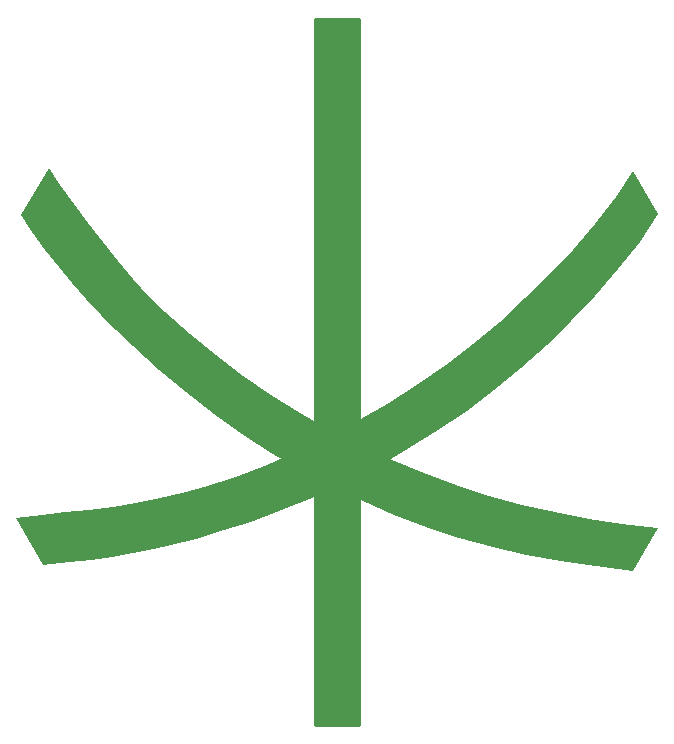
<source format=gbr>
%TF.GenerationSoftware,KiCad,Pcbnew,8.0.8*%
%TF.CreationDate,2025-04-07T13:38:17-04:00*%
%TF.ProjectId,pcb_tile_game_tile_ooo,7063625f-7469-46c6-955f-67616d655f74,1.0*%
%TF.SameCoordinates,Original*%
%TF.FileFunction,Legend,Bot*%
%TF.FilePolarity,Positive*%
%FSLAX46Y46*%
G04 Gerber Fmt 4.6, Leading zero omitted, Abs format (unit mm)*
G04 Created by KiCad (PCBNEW 8.0.8) date 2025-04-07 13:38:17*
%MOMM*%
%LPD*%
G01*
G04 APERTURE LIST*
%ADD10C,0.000000*%
%ADD11C,0.239466*%
G04 APERTURE END LIST*
D10*
G36*
X116374961Y-64181887D02*
G01*
X117516690Y-65784467D01*
X118717554Y-67407290D01*
X119967221Y-69023824D01*
X121255357Y-70607532D01*
X122571632Y-72131881D01*
X123237092Y-72863504D01*
X123905713Y-73570337D01*
X124576201Y-74249062D01*
X125247267Y-74896364D01*
X127362615Y-76793493D01*
X129575049Y-78602953D01*
X131877487Y-80321874D01*
X134262848Y-81947385D01*
X136724051Y-83476616D01*
X139254014Y-84906695D01*
X141845657Y-86234752D01*
X144491897Y-87457917D01*
X147185654Y-88573318D01*
X149919846Y-89578086D01*
X152687392Y-90469348D01*
X155481211Y-91244235D01*
X158294221Y-91899876D01*
X161119341Y-92433400D01*
X163949490Y-92841936D01*
X166977586Y-93222614D01*
X164885537Y-96843395D01*
X161703691Y-96450090D01*
X158759241Y-96029727D01*
X155854054Y-95484109D01*
X152989998Y-94815035D01*
X150168939Y-94024308D01*
X147392744Y-93113729D01*
X144663279Y-92085100D01*
X141982411Y-90940221D01*
X139352008Y-89680894D01*
X136773935Y-88308920D01*
X134250060Y-86826101D01*
X131782249Y-85234239D01*
X129372370Y-83535133D01*
X127022288Y-81730587D01*
X124733871Y-79822401D01*
X122508985Y-77812376D01*
X121128651Y-76484737D01*
X119824550Y-75165517D01*
X118584864Y-73840311D01*
X117397777Y-72494714D01*
X116251469Y-71114321D01*
X115134123Y-69684729D01*
X114033922Y-68191532D01*
X113039047Y-66720325D01*
X115402698Y-62726085D01*
X116374961Y-64181887D01*
G37*
G36*
X166980952Y-66626335D02*
G01*
X165436020Y-68962038D01*
X163599752Y-71301825D01*
X161674640Y-73544981D01*
X159663178Y-75690790D01*
X157567860Y-77738535D01*
X155391178Y-79687501D01*
X153135627Y-81536972D01*
X150803699Y-83286231D01*
X148397889Y-84934564D01*
X145920689Y-86481253D01*
X143374593Y-87925584D01*
X140762094Y-89266839D01*
X138085687Y-90504304D01*
X135347863Y-91637262D01*
X132551117Y-92664997D01*
X129697943Y-93586794D01*
X127858007Y-94118378D01*
X126063477Y-94588152D01*
X124295971Y-94999148D01*
X122537105Y-95354397D01*
X120768495Y-95656932D01*
X118971758Y-95909785D01*
X117128510Y-96115988D01*
X114920369Y-96378574D01*
X112643090Y-92334484D01*
X114826585Y-92083775D01*
X116785323Y-91896296D01*
X118791161Y-91667727D01*
X120815952Y-91393750D01*
X122831551Y-91070045D01*
X124809812Y-90692293D01*
X126722591Y-90256175D01*
X127645629Y-90014879D01*
X128541742Y-89757372D01*
X131242377Y-88873991D01*
X133915632Y-87862697D01*
X136555481Y-86728188D01*
X139155895Y-85475160D01*
X141710849Y-84108311D01*
X144214316Y-82632338D01*
X146660269Y-81051938D01*
X149042681Y-79371809D01*
X151355526Y-77596647D01*
X153592776Y-75731151D01*
X155748405Y-73780016D01*
X157816387Y-71747941D01*
X159790694Y-69639623D01*
X161665299Y-67459758D01*
X163434177Y-65213045D01*
X164891299Y-63004180D01*
X166980952Y-66626335D01*
G37*
D11*
X141688017Y-109880265D02*
X137927477Y-109880265D01*
X137927477Y-50119734D01*
X141688017Y-50119734D01*
X141688017Y-109880265D01*
G36*
X141688017Y-109880265D02*
G01*
X137927477Y-109880265D01*
X137927477Y-50119734D01*
X141688017Y-50119734D01*
X141688017Y-109880265D01*
G37*
M02*

</source>
